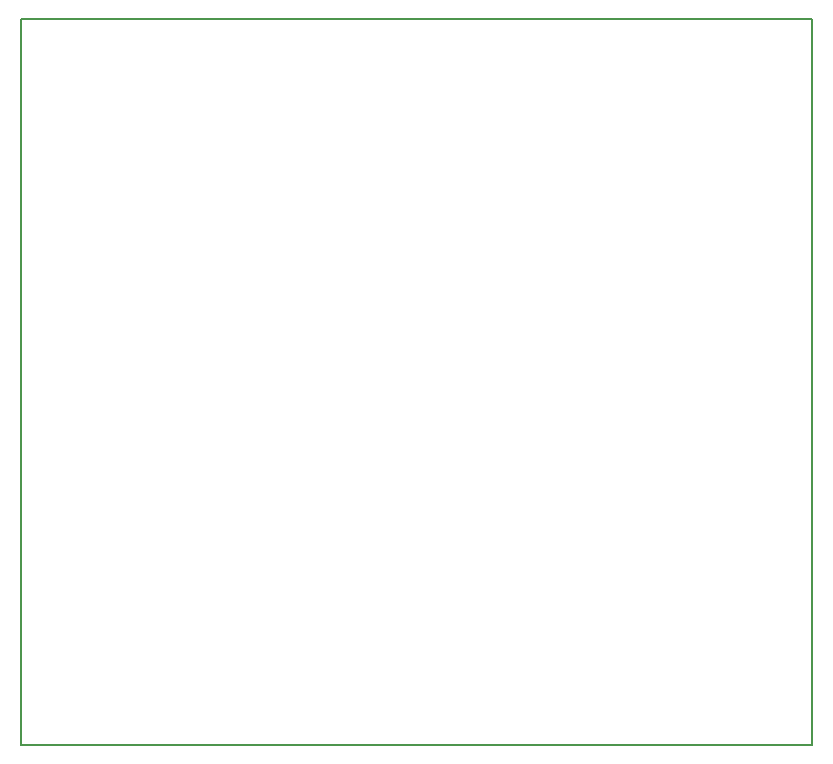
<source format=gbr>
G04 #@! TF.FileFunction,Profile,NP*
%FSLAX46Y46*%
G04 Gerber Fmt 4.6, Leading zero omitted, Abs format (unit mm)*
G04 Created by KiCad (PCBNEW 4.0.5) date Monday, January 30, 2017 'PMt' 03:56:46 PM*
%MOMM*%
%LPD*%
G01*
G04 APERTURE LIST*
%ADD10C,0.100000*%
%ADD11C,0.150000*%
G04 APERTURE END LIST*
D10*
D11*
X216000000Y-143000000D02*
X216000000Y-141500000D01*
X149000000Y-143000000D02*
X216000000Y-143000000D01*
X149000000Y-141500000D02*
X149000000Y-143000000D01*
X216000000Y-141500000D02*
X216000000Y-141000000D01*
X149000000Y-141000000D02*
X149000000Y-141500000D01*
X149000000Y-81500000D02*
X215000000Y-81500000D01*
X149000000Y-82000000D02*
X149000000Y-81500000D01*
X149000000Y-141000000D02*
X149000000Y-82000000D01*
X216000000Y-140500000D02*
X216000000Y-141000000D01*
X216000000Y-81500000D02*
X216000000Y-140500000D01*
X215000000Y-81500000D02*
X216000000Y-81500000D01*
M02*

</source>
